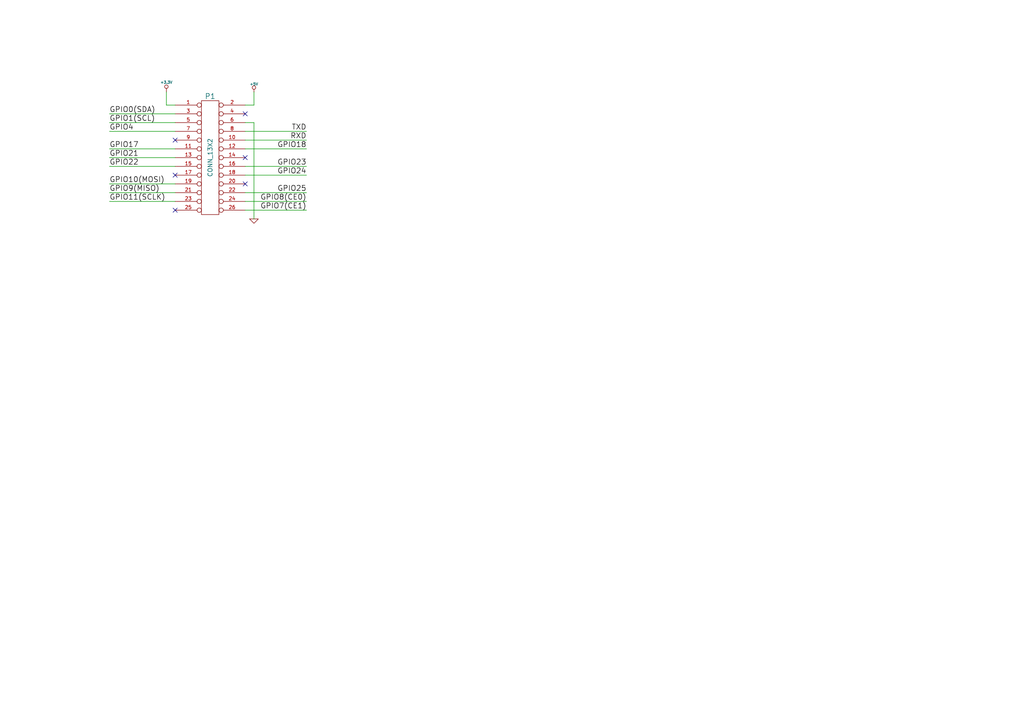
<source format=kicad_sch>
(kicad_sch (version 20230121) (generator eeschema)
  (paper "A4")
  (title_block (date "15 nov 2012"))
  (lib_symbols
    (symbol "raspberrypi-gpio-rescue:+3.3V" (power) (pin_names (offset 0))
      (property "Value" "+3.3V" (at 0 2.794 0))
      (symbol "+3.3V_0_0"
        (pin power_in line (at 0 0 90) (length 0) hide (name "+3.3V") (number "1"))
      )
      (symbol "+3.3V_0_1"
        (polyline (pts (xy 0 0) (xy 0 1.016) (xy 0 1.016)))
        (circle (center 0 1.524) (radius 0.508))
      )
    )
    (symbol "raspberrypi-gpio-rescue:+5V" (power) (pin_names (offset 1.016))
      (property "Value" "+5V" (at 0 2.286 0))
      (symbol "+5V_0_0"
        (pin power_in line (at 0 0 90) (length 0) hide (name "+5V") (number "1"))
      )
      (symbol "+5V_0_1"
        (polyline (pts (xy 0 0) (xy 0 0.762) (xy 0 0.762) (xy 0 0.762)))
        (circle (center 0 1.27) (radius 0.508))
      )
    )
    (symbol "raspberrypi-gpio-rescue:CONN_13X2" (pin_names (offset 0.254) hide)
      (property "Reference" "P" (at 0 17.78 0))
      (property "Value" "CONN_13X2" (at 0 0 90))
      (symbol "CONN_13X2_0_1"
        (rectangle (start -2.54 16.51) (end 2.54 -16.51))
      )
      (symbol "CONN_13X2_1_1"
        (pin passive inverted (at -10.16 15.24 0) (length 7.62) (name "P1") (number "1"))
        (pin passive inverted (at 10.16 5.08 180) (length 7.62) (name "P10") (number "10"))
        (pin passive inverted (at -10.16 2.54 0) (length 7.62) (name "P11") (number "11"))
        (pin passive inverted (at 10.16 2.54 180) (length 7.62) (name "P12") (number "12"))
        (pin passive inverted (at -10.16 0 0) (length 7.62) (name "P13") (number "13"))
        (pin passive inverted (at 10.16 0 180) (length 7.62) (name "P14") (number "14"))
        (pin passive inverted (at -10.16 -2.54 0) (length 7.62) (name "P15") (number "15"))
        (pin passive inverted (at 10.16 -2.54 180) (length 7.62) (name "P16") (number "16"))
        (pin passive inverted (at -10.16 -5.08 0) (length 7.62) (name "P17") (number "17"))
        (pin passive inverted (at 10.16 -5.08 180) (length 7.62) (name "P18") (number "18"))
        (pin passive inverted (at -10.16 -7.62 0) (length 7.62) (name "P19") (number "19"))
        (pin passive inverted (at 10.16 15.24 180) (length 7.62) (name "P2") (number "2"))
        (pin passive inverted (at 10.16 -7.62 180) (length 7.62) (name "P20") (number "20"))
        (pin passive inverted (at -10.16 -10.16 0) (length 7.62) (name "P21") (number "21"))
        (pin passive inverted (at 10.16 -10.16 180) (length 7.62) (name "P22") (number "22"))
        (pin passive inverted (at -10.16 -12.7 0) (length 7.62) (name "P23") (number "23"))
        (pin passive inverted (at 10.16 -12.7 180) (length 7.62) (name "P20") (number "24"))
        (pin passive inverted (at -10.16 -15.24 0) (length 7.62) (name "P24") (number "25"))
        (pin passive inverted (at 10.16 -15.24 180) (length 7.62) (name "P22") (number "26"))
        (pin passive inverted (at -10.16 12.7 0) (length 7.62) (name "P3") (number "3"))
        (pin passive inverted (at 10.16 12.7 180) (length 7.62) (name "P4") (number "4"))
        (pin passive inverted (at -10.16 10.16 0) (length 7.62) (name "P5") (number "5"))
        (pin passive inverted (at 10.16 10.16 180) (length 7.62) (name "P6") (number "6"))
        (pin passive inverted (at -10.16 7.62 0) (length 7.62) (name "P7") (number "7"))
        (pin passive inverted (at 10.16 7.62 180) (length 7.62) (name "P8") (number "8"))
        (pin passive inverted (at -10.16 5.08 0) (length 7.62) (name "P9") (number "9"))
      )
    )
    (symbol "raspberrypi-gpio-rescue:GND" (power) (pin_names (offset 0))
      (symbol "GND_0_1"
        (polyline (pts (xy -1.27 0) (xy 0 -1.27) (xy 1.27 0) (xy -1.27 0)))
      )
      (symbol "GND_1_1"
        (pin power_in line (at 0 0 90) (length 0) hide (name "GND") (number "1"))
      )
    )
  )
  (no_connect (at 71.12 53.34))
  (no_connect (at 50.8 40.64))
  (no_connect (at 71.12 33.02))
  (no_connect (at 71.12 45.72))
  (no_connect (at 50.8 60.96))
  (no_connect (at 50.8 50.8))
  (wire (pts (xy 73.66 63.5) (xy 73.66 35.56)))
  (wire (pts (xy 50.8 35.56) (xy 31.75 35.56)))
  (wire (pts (xy 50.8 33.02) (xy 31.75 33.02)))
  (wire (pts (xy 73.66 26.67) (xy 73.66 30.48)))
  (wire (pts (xy 71.12 50.8) (xy 88.9 50.8)))
  (wire (pts (xy 71.12 58.42) (xy 88.9 58.42)))
  (wire (pts (xy 71.12 43.18) (xy 88.9 43.18)))
  (wire (pts (xy 71.12 40.64) (xy 88.9 40.64)))
  (wire (pts (xy 71.12 48.26) (xy 88.9 48.26)))
  (wire (pts (xy 50.8 43.18) (xy 31.75 43.18)))
  (wire (pts (xy 73.66 30.48) (xy 71.12 30.48)))
  (wire (pts (xy 50.8 45.72) (xy 31.75 45.72)))
  (wire (pts (xy 50.8 53.34) (xy 31.75 53.34)))
  (wire (pts (xy 71.12 38.1) (xy 88.9 38.1)))
  (wire (pts (xy 73.66 35.56) (xy 71.12 35.56)))
  (wire (pts (xy 71.12 60.96) (xy 88.9 60.96)))
  (wire (pts (xy 50.8 55.88) (xy 31.75 55.88)))
  (wire (pts (xy 50.8 38.1) (xy 31.75 38.1)))
  (wire (pts (xy 50.8 58.42) (xy 31.75 58.42)))
  (wire (pts (xy 48.26 26.67) (xy 48.26 30.48)))
  (wire (pts (xy 48.26 30.48) (xy 50.8 30.48)))
  (wire (pts (xy 71.12 55.88) (xy 88.9 55.88)))
  (wire (pts (xy 50.8 48.26) (xy 31.75 48.26)))
  (label "RXD" (at 88.9 40.64 180) (effects (font (size 1.524 1.524))))
  (label "GPIO25" (at 88.9 55.88 180) (effects (font (size 1.524 1.524))))
  (label "GPIO17" (at 31.75 43.18 0) (effects (font (size 1.524 1.524))))
  (label "GPIO7(CE1)" (at 88.9 60.96 180) (effects (font (size 1.524 1.524))))
  (label "GPIO21" (at 31.75 45.72 0) (effects (font (size 1.524 1.524))))
  (label "GPIO10(MOSI)" (at 31.75 53.34 0) (effects (font (size 1.524 1.524))))
  (label "GPIO24" (at 88.9 50.8 180) (effects (font (size 1.524 1.524))))
  (label "GPIO23" (at 88.9 48.26 180) (effects (font (size 1.524 1.524))))
  (label "GPIO4" (at 31.75 38.1 0) (effects (font (size 1.524 1.524))))
  (label "GPIO18" (at 88.9 43.18 180) (effects (font (size 1.524 1.524))))
  (label "GPIO8(CE0)" (at 88.9 58.42 180) (effects (font (size 1.524 1.524))))
  (label "TXD" (at 88.9 38.1 180) (effects (font (size 1.524 1.524))))
  (label "GPIO11(SCLK)" (at 31.75 58.42 0) (effects (font (size 1.524 1.524))))
  (label "GPIO0(SDA)" (at 31.75 33.02 0) (effects (font (size 1.524 1.524))))
  (label "GPIO22" (at 31.75 48.26 0) (effects (font (size 1.524 1.524))))
  (label "GPIO1(SCL)" (at 31.75 35.56 0) (effects (font (size 1.524 1.524))))
  (label "GPIO9(MISO)" (at 31.75 55.88 0) (effects (font (size 1.524 1.524))))
  (symbol (lib_id "raspberrypi-gpio-rescue:CONN_13X2") (at 60.96 45.72 0) (unit 1)
    (property "Reference" "P1" (at 60.96 27.94 0) (effects (font (size 1.524 1.524))))
    (property "Value" "CONN_13X2" (at 60.96 45.72 90))
  )
  (symbol (lib_id "raspberrypi-gpio-rescue:+3.3V") (at 48.26 26.67 0) (unit 1)
    (property "Reference" "#PWR01" (effects hide))
    (property "Value" "+3.3V" (at 48.26 23.876 0) (effects (font (size 0.762 0.762))))
  )
  (symbol (lib_id "raspberrypi-gpio-rescue:+5V") (at 73.66 26.67 0) (unit 1)
    (property "Reference" "#PWR02" (effects hide))
    (property "Value" "+5V" (at 73.66 24.384 0) (effects (font (size 0.762 0.762))))
  )
  (symbol (lib_id "raspberrypi-gpio-rescue:GND") (at 73.66 63.5 0) (unit 1)
    (property "Reference" "#PWR03" (effects hide))
    (property "Value" "GND" (effects hide))
  )
)
</source>
